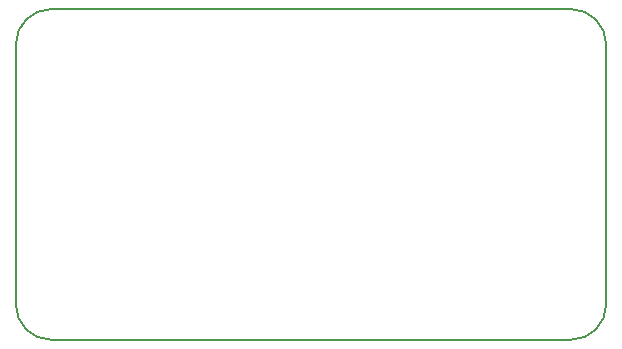
<source format=gbr>
G04 #@! TF.GenerationSoftware,KiCad,Pcbnew,5.0.2-bee76a0~70~ubuntu18.04.1*
G04 #@! TF.CreationDate,2019-01-23T20:48:10+01:00*
G04 #@! TF.ProjectId,Mighty841,4d696768-7479-4383-9431-2e6b69636164,1*
G04 #@! TF.SameCoordinates,Original*
G04 #@! TF.FileFunction,Profile,NP*
%FSLAX46Y46*%
G04 Gerber Fmt 4.6, Leading zero omitted, Abs format (unit mm)*
G04 Created by KiCad (PCBNEW 5.0.2-bee76a0~70~ubuntu18.04.1) date mer. 23 janv. 2019 20:48:10 CET*
%MOMM*%
%LPD*%
G01*
G04 APERTURE LIST*
%ADD10C,0.150000*%
G04 APERTURE END LIST*
D10*
X123000000Y-88000000D02*
X167000000Y-88000000D01*
X120000000Y-63000000D02*
X120000000Y-85000000D01*
X123000000Y-60000000D02*
X167000000Y-60000000D01*
X170000000Y-63000000D02*
X170000000Y-85000000D01*
X167000000Y-60000000D02*
G75*
G02X170000000Y-63000000I0J-3000000D01*
G01*
X170000000Y-85000000D02*
G75*
G02X167000000Y-88000000I-3000000J0D01*
G01*
X123000000Y-88000000D02*
G75*
G02X120000000Y-85000000I0J3000000D01*
G01*
X120000000Y-63000000D02*
G75*
G02X123000000Y-60000000I3000000J0D01*
G01*
M02*

</source>
